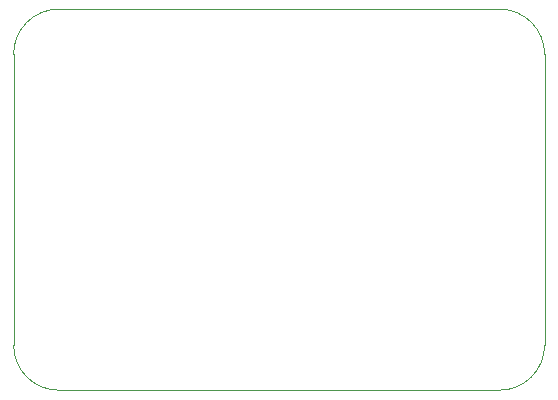
<source format=gbr>
G04 #@! TF.GenerationSoftware,KiCad,Pcbnew,(5.1.0-0)*
G04 #@! TF.CreationDate,2020-09-24T17:30:25-07:00*
G04 #@! TF.ProjectId,858D+ MK1841D3 to ATmega328,38353844-2b20-44d4-9b31-383431443320,rev?*
G04 #@! TF.SameCoordinates,Original*
G04 #@! TF.FileFunction,Profile,NP*
%FSLAX46Y46*%
G04 Gerber Fmt 4.6, Leading zero omitted, Abs format (unit mm)*
G04 Created by KiCad (PCBNEW (5.1.0-0)) date 2020-09-24 17:30:25*
%MOMM*%
%LPD*%
G04 APERTURE LIST*
%ADD10C,0.050000*%
G04 APERTURE END LIST*
D10*
X18034000Y-46990000D02*
G75*
G02X14224000Y-43180000I0J3810000D01*
G01*
X14224000Y-18542000D02*
G75*
G02X18034000Y-14732000I3810000J0D01*
G01*
X55372000Y-14732000D02*
G75*
G02X59182000Y-18542000I0J-3810000D01*
G01*
X59182000Y-43180000D02*
G75*
G02X55372000Y-46990000I-3810000J0D01*
G01*
X18034000Y-14732000D02*
X55372000Y-14732000D01*
X14224000Y-43180000D02*
X14224000Y-18542000D01*
X55372000Y-46990000D02*
X18034000Y-46990000D01*
X59182000Y-18542000D02*
X59182000Y-43180000D01*
M02*

</source>
